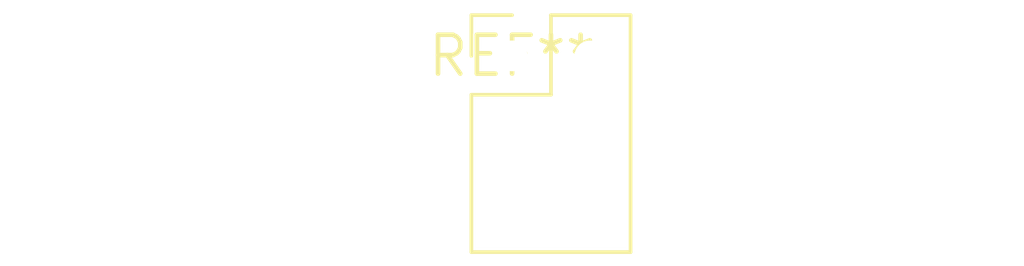
<source format=kicad_pcb>
(kicad_pcb (version 20240108) (generator pcbnew)
  (layers (0 "F.Cu" signal) (31 "B.Cu" signal) (34 "B.Paste" user) (35 "F.Paste" user) (36 "B.SilkS" user "B.Silkscreen") (37 "F.SilkS" user "F.Silkscreen") (38 "B.Mask" user) (39 "F.Mask" user) (44 "Edge.Cuts" user))
  (net 0 "")
  (footprint "PinHeader_2x03_P2.54mm_Vertical" (layer "F.Cu") (at 0 0)
    (property "Reference" "REF**")
    (property "Value" "PinHeader_2x03_P2.54mm_Vertical")
    (fp_line (start -1.33 -1.33) (end 0 -1.33) (layer "F.SilkS") (stroke (width 0.12)))
    (fp_line (start -1.33 0) (end -1.33 -1.33) (layer "F.SilkS") (stroke (width 0.12)))
    (fp_line (start -1.33 1.27) (end -1.33 6.41) (layer "F.SilkS") (stroke (width 0.12)))
    (fp_line (start -1.33 1.27) (end 1.27 1.27) (layer "F.SilkS") (stroke (width 0.12)))
    (fp_line (start -1.33 6.41) (end 3.87 6.41) (layer "F.SilkS") (stroke (width 0.12)))
    (fp_line (start 1.27 -1.33) (end 3.87 -1.33) (layer "F.SilkS") (stroke (width 0.12)))
    (fp_line (start 1.27 1.27) (end 1.27 -1.33) (layer "F.SilkS") (stroke (width 0.12)))
    (fp_line (start 3.87 -1.33) (end 3.87 6.41) (layer "F.SilkS") (stroke (width 0.12)))
    (pad "1" thru_hole rect (at 0 0) (size 1.7 1.7) (drill 1) (layers *.Cu *.Mask) (remove_unused_layers))
    (pad "2" thru_hole oval (at 2.54 0) (size 1.7 1.7) (drill 1) (layers *.Cu *.Mask) (remove_unused_layers))
    (pad "3" thru_hole oval (at 0 2.54) (size 1.7 1.7) (drill 1) (layers *.Cu *.Mask) (remove_unused_layers))
    (pad "4" thru_hole oval (at 2.54 2.54) (size 1.7 1.7) (drill 1) (layers *.Cu *.Mask) (remove_unused_layers))
    (pad "5" thru_hole oval (at 0 5.08) (size 1.7 1.7) (drill 1) (layers *.Cu *.Mask) (remove_unused_layers))
    (pad "6" thru_hole oval (at 2.54 5.08) (size 1.7 1.7) (drill 1) (layers *.Cu *.Mask) (remove_unused_layers))
  )
)
</source>
